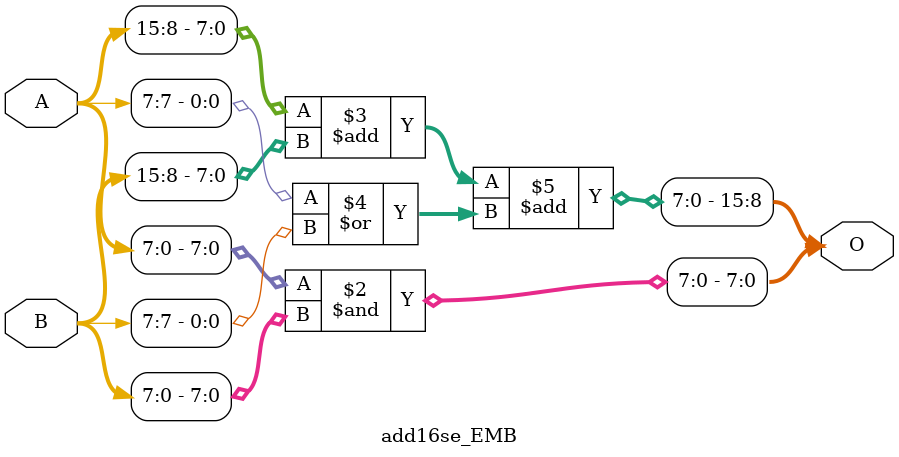
<source format=sv>
module add16se_EMB(input logic [15:0] A, B, output logic [15:0] O);

    always_comb begin
        O[7:0] = A[7:0] & B[7:0];
        O[15:8] = A[15:8] + B[15:8] + (A[7] | B[7]);
    end

endmodule
</source>
